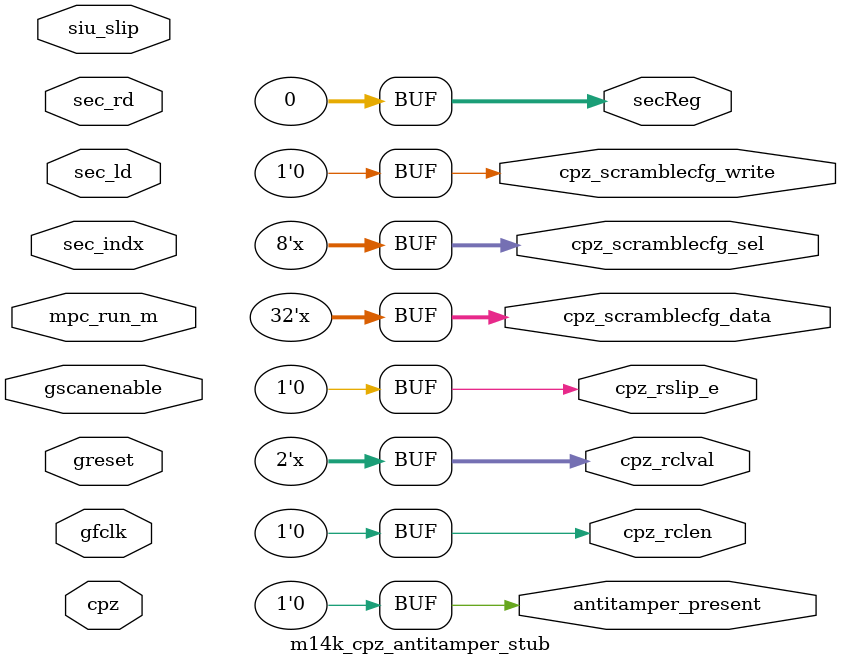
<source format=v>

module m14k_cpz_antitamper_stub(
	gfclk,
	greset,
	gscanenable,
	mpc_run_m,
	sec_ld,
	sec_rd,
	sec_indx,
	cpz,
	siu_slip,
	secReg,
	cpz_rslip_e,
	cpz_rclen,
	cpz_rclval,
	cpz_scramblecfg_write,
	cpz_scramblecfg_sel,
	cpz_scramblecfg_data,
	antitamper_present);

	input gfclk;
	input greset;
	input gscanenable;
	input mpc_run_m;
	input sec_ld;
	input sec_rd;
	input [2:0] sec_indx;
	input [31:0] cpz;
	input siu_slip;
	output [31:0] secReg;
	output cpz_rslip_e;
	output cpz_rclen;
	output [1:0] cpz_rclval;
	output cpz_scramblecfg_write;
	output [7:0] cpz_scramblecfg_sel;
	output [31:0] cpz_scramblecfg_data;
	output antitamper_present;

// BEGIN Wire declarations made by MVP
wire [31:0] /*[31:0]*/ secReg;
wire [1:0] /*[1:0]*/ cpz_rclval;
wire [7:0] /*[7:0]*/ cpz_scramblecfg_sel;
wire cpz_rclen;
wire cpz_scramblecfg_write;
wire antitamper_present;
wire [31:0] /*[31:0]*/ cpz_scramblecfg_data;
wire cpz_rslip_e;
// END Wire declarations made by MVP


	assign secReg [31:0] = 32'b0;
	assign cpz_rslip_e = 1'b0;
	assign cpz_rclen = 1'b0;
	assign cpz_rclval [1:0] = 2'bx;
	assign cpz_scramblecfg_write = 1'b0;
	assign cpz_scramblecfg_sel [7:0] = 8'bx;
	assign cpz_scramblecfg_data [31:0] = 32'bx;
	assign antitamper_present = 1'b0;

endmodule


</source>
